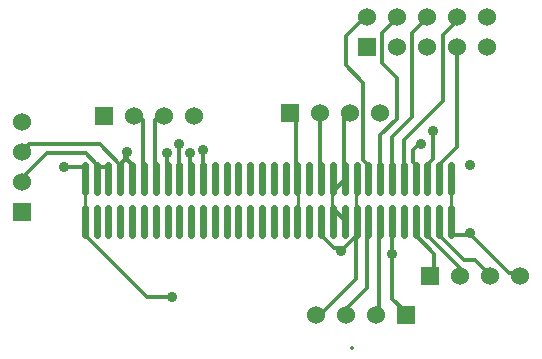
<source format=gbr>
G04 start of page 2 for group 0 idx 0
G04 Title: TX Daughterboard, solder *
G04 Creator: pcb 20070208 *
G04 CreationDate: Sat Jan 19 00:46:11 2008 UTC *
G04 For: matt *
G04 Format: Gerber/RS-274X *
G04 PCB-Dimensions: 275000 250000 *
G04 PCB-Coordinate-Origin: lower left *
%MOIN*%
%FSLAX24Y24*%
%LNBACK*%
%ADD11C,0.0100*%
%ADD12C,0.0130*%
%ADD13R,0.0600X0.0600*%
%ADD14C,0.0600*%
%ADD15C,0.0360*%
%ADD16C,0.0240*%
%ADD17C,0.0380*%
%ADD18C,0.0560*%
%ADD19C,0.0400*%
%ADD20C,0.1280*%
%ADD21C,0.0200*%
G54D11*X16585Y11481D02*X16600Y11467D01*
G54D12*X16350Y13200D02*X16550Y13000D01*
Y11350D01*
X17350Y13200D02*Y11250D01*
X13436Y11481D02*X13450Y11494D01*
Y11950D01*
X13042Y11481D02*X13000Y11523D01*
Y11850D01*
X12648Y11481D02*X12650Y11482D01*
Y12150D01*
G54D11*X21704Y9118D02*X21700Y9122D01*
Y11150D01*
G54D12*X21310Y9118D02*X22129Y8300D01*
X20916Y9118D02*X22000Y8035D01*
Y7800D01*
X20522Y9118D02*X21150Y8491D01*
Y7850D01*
X21704Y9118D02*X22381D01*
X22129Y8300D02*X22500D01*
X23000Y7800D01*
X22381Y9118D02*X23650Y7850D01*
X23900D01*
X19341Y9118D02*X19300Y9077D01*
X18948Y9118D02*X18900Y9070D01*
X19750Y9104D02*Y7000D01*
X18900Y7350D02*X18200Y6650D01*
Y6500D01*
X18394Y5349D02*X18400Y5355D01*
X17373Y9118D02*X17792Y8700D01*
X18135D02*X18554Y9118D01*
X19735D02*X19750Y9104D01*
X18554Y9118D02*X18550Y9114D01*
X17792Y8700D02*X18135D01*
X17767Y10028D02*X18150Y9645D01*
Y9600D01*
X19300Y9077D02*Y6550D01*
X18900Y9070D02*Y7350D01*
X19750Y7000D02*X20200Y6550D01*
X18550Y9114D02*Y7650D01*
X17450Y6550D01*
X17350D01*
G54D11*X16600Y11467D02*Y9300D01*
X18554Y11481D02*X18550Y11476D01*
Y9650D01*
X17767Y10571D02*X17750Y10554D01*
Y9800D01*
G54D12*X17767Y10571D02*X18150Y10954D01*
Y11000D01*
Y13000D02*Y11350D01*
X18350Y13200D02*X18150Y13000D01*
X18785Y14200D02*X18200Y14785D01*
Y15750D01*
X18900Y16450D01*
X19900Y13000D02*Y14350D01*
X19400Y14850D01*
Y15850D01*
X19900Y16350D01*
Y16450D01*
X20400Y13050D02*Y15850D01*
X21450Y13600D02*Y15800D01*
X21900Y12070D02*Y15400D01*
X20400Y15850D02*X20900Y16350D01*
Y16400D01*
X21450Y15800D02*X21900Y16250D01*
Y16400D01*
X18948Y11481D02*X18785Y11644D01*
X19341Y11481D02*X19350Y11489D01*
Y12450D01*
X19735Y11481D02*X19750Y11495D01*
X18785Y11644D02*Y14200D01*
X19350Y12450D02*X19900Y13000D01*
X19750Y11495D02*Y12400D01*
X20400Y13050D01*
X20150Y11501D02*Y12300D01*
X20450Y11554D02*Y11950D01*
X20129Y11481D02*X20150Y11501D01*
Y12300D02*X21450Y13600D01*
X20522Y11481D02*X20450Y11554D01*
Y11950D02*X20650Y12150D01*
X20700D01*
X20916Y11481D02*X21100Y11664D01*
Y12600D01*
X21310Y11481D02*X21900Y12070D01*
G54D11*X9499Y10571D02*X9500Y10570D01*
Y9650D01*
G54D12*X9499Y9118D02*X11568Y7050D01*
X12400D01*
X11074Y11481D02*X10900Y11655D01*
X11850Y12950D02*X11950Y13050D01*
X11467Y11481D02*X11450Y11498D01*
Y12950D01*
X11350Y13050D01*
X11250D01*
X10900Y11655D02*Y11900D01*
X10850Y11650D02*Y11900D01*
X12255Y11481D02*X12250Y11486D01*
Y11850D01*
X11861Y11481D02*X11850Y11492D01*
Y12950D01*
X10680Y11481D02*X10850Y11650D01*
X10680Y11481D02*X10011Y12150D01*
X10286Y11481D02*X10205Y11400D01*
X9900D01*
X9499Y11481D02*X9418Y11400D01*
X8800D01*
X10011Y12150D02*X7650D01*
X7500Y12000D01*
X7450D01*
X9893Y11481D02*X9524Y11850D01*
X8250D01*
X7450Y11050D01*
Y10950D01*
G54D13*X21000Y7750D03*
G54D14*X22000D03*
X23000D03*
X24000D03*
G54D13*X20200Y6450D03*
G54D14*X19200D03*
X18200D03*
X17200D03*
G54D13*X7400Y9900D03*
G54D14*Y10900D03*
Y11900D03*
Y12900D03*
G54D13*X10150Y13100D03*
G54D14*X11150D03*
G54D13*X16350Y13200D03*
G54D14*X17350D03*
X18350D03*
X12150Y13100D03*
X13150D03*
X18900Y16400D03*
X19900Y15400D03*
Y16400D03*
X20900D03*
X21900D03*
X22900D03*
X20900Y15400D03*
X21900D03*
X22900D03*
G54D13*X18900D03*
G54D14*X19350Y13200D03*
G54D15*X10900Y11900D03*
X8800Y11400D03*
X13450Y11950D03*
X13000Y11850D03*
X12650Y12150D03*
X12250Y11850D03*
X12400Y7050D03*
X18050Y8600D03*
X19750Y8500D03*
X22350Y9200D03*
Y11450D03*
X20700Y12150D03*
X21100Y12600D03*
G54D16*X9499Y10028D02*Y9118D01*
X10286Y10028D02*Y9118D01*
X9893Y10028D02*Y9118D01*
X10680Y10028D02*Y9118D01*
X9499Y11481D02*Y10571D01*
X11074Y10028D02*Y9118D01*
X10286Y11481D02*Y10571D01*
X10680Y11481D02*Y10571D01*
X11074Y11481D02*Y10571D01*
X9893Y11481D02*Y10571D01*
X11467Y10028D02*Y9118D01*
X11861Y10028D02*Y9118D01*
X12255Y10028D02*Y9118D01*
X12648Y10028D02*Y9118D01*
X13042Y10028D02*Y9118D01*
X13436Y10028D02*Y9118D01*
X11467Y11481D02*Y10571D01*
X11861Y11481D02*Y10571D01*
X12255Y11481D02*Y10571D01*
X12648Y11481D02*Y10571D01*
X13042Y11481D02*Y10571D01*
X13436Y11481D02*Y10571D01*
X13830Y11481D02*Y10571D01*
Y10028D02*Y9118D01*
X14223Y10028D02*Y9118D01*
X14617Y10028D02*Y9118D01*
X15011Y10028D02*Y9118D01*
X15404Y10028D02*Y9118D01*
X21704Y11481D02*Y10571D01*
Y10028D02*Y9118D01*
X14223Y11481D02*Y10571D01*
X14617Y11481D02*Y10571D01*
X15011Y11481D02*Y10571D01*
X15404Y11481D02*Y10571D01*
X15798Y11481D02*Y10571D01*
X16192Y11481D02*Y10571D01*
X16585Y11481D02*Y10571D01*
X16979Y11481D02*Y10571D01*
X17373Y11481D02*Y10571D01*
X17767Y11481D02*Y10571D01*
X18160Y11481D02*Y10571D01*
X18554Y11481D02*Y10571D01*
X18948Y11481D02*Y10571D01*
X19341Y11481D02*Y10571D01*
X19735Y11481D02*Y10571D01*
X20129Y11481D02*Y10571D01*
X20522Y11481D02*Y10571D01*
X20916Y11481D02*Y10571D01*
X21310Y11481D02*Y10571D01*
X15798Y10028D02*Y9118D01*
X16192Y10028D02*Y9118D01*
X16585Y10028D02*Y9118D01*
X16979Y10028D02*Y9118D01*
X17373Y10028D02*Y9118D01*
X17767Y10028D02*Y9118D01*
X18160Y10028D02*Y9118D01*
X18554Y10028D02*Y9118D01*
X18948Y10028D02*Y9118D01*
X19341Y10028D02*Y9118D01*
X19735Y10028D02*Y9118D01*
X20129Y10028D02*Y9118D01*
X20522Y10028D02*Y9118D01*
X20916Y10028D02*Y9118D01*
X21310Y10028D02*Y9118D01*
G54D17*G54D18*G54D17*G54D18*G54D17*G54D19*G54D17*G54D20*G54D21*G54D20*G54D21*G54D20*G54D21*M02*

</source>
